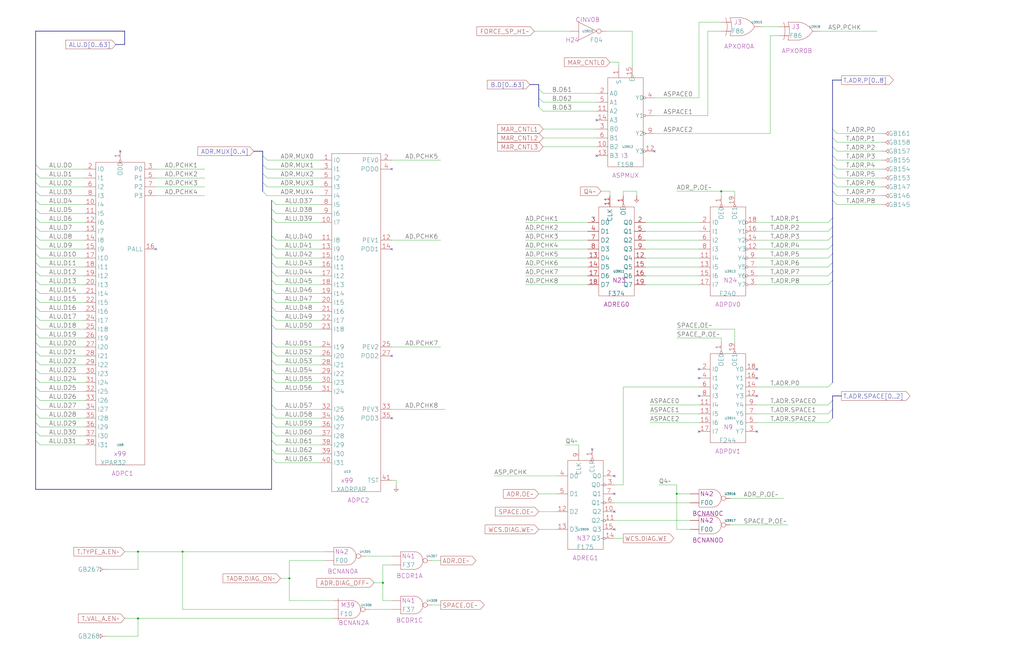
<source format=kicad_sch>
(kicad_sch (version 20230121) (generator eeschema)
  (paper "User" 584.2 378.46)
  (title_block (title "ADDRESS BUS PARITY\\nPARITY") (date "15-MAR-90") (rev "1.0") (comment 1 "TYPE") (comment 2 "232-003062") (comment 3 "S400") (comment 4 "RELEASED"))
  (junction (at 386.08 281.94))
  (junction (at 165.1 330.2))
  (junction (at 78.74 353.06))
  (junction (at 104.14 314.96))
  (junction (at 411.48 109.22))
  (junction (at 218.44 332.74))
  (junction (at 78.74 314.96))
  (no_connect (at 373.38 86.36))
  (no_connect (at 340.36 88.9))
  (no_connect (at 431.8 210.82))
  (no_connect (at 398.78 210.82))
  (no_connect (at 398.78 226.06))
  (no_connect (at 340.36 68.58))
  (no_connect (at 431.8 215.9))
  (no_connect (at 350.52 292.1))
  (no_connect (at 68.58 86.36))
  (no_connect (at 431.8 226.06))
  (no_connect (at 223.52 142.24))
  (no_connect (at 223.52 96.52))
  (no_connect (at 223.52 203.2))
  (no_connect (at 223.52 238.76))
  (no_connect (at 398.78 246.38))
  (no_connect (at 337.82 256.54))
  (no_connect (at 431.8 246.38))
  (no_connect (at 398.78 215.9))
  (no_connect (at 350.52 271.78))
  (no_connect (at 350.52 302.26))
  (no_connect (at 88.9 142.24))
  (no_connect (at 350.52 281.94))
  (bus_entry (at 20.32 114.3) (size 2.54 2.54))
  (bus_entry (at 20.32 154.94) (size 2.54 2.54))
  (bus_entry (at 154.94 134.62) (size 2.54 2.54))
  (bus_entry (at 307.34 60.96) (size 2.54 2.54))
  (bus_entry (at 474.98 154.94) (size -2.54 2.54))
  (bus_entry (at 154.94 160.02) (size 2.54 2.54))
  (bus_entry (at 154.94 180.34) (size 2.54 2.54))
  (bus_entry (at 20.32 175.26) (size 2.54 2.54))
  (bus_entry (at 149.86 109.22) (size 2.54 2.54))
  (bus_entry (at 307.34 50.8) (size 2.54 2.54))
  (bus_entry (at 20.32 226.06) (size 2.54 2.54))
  (bus_entry (at 154.94 231.14) (size 2.54 2.54))
  (bus_entry (at 154.94 185.42) (size 2.54 2.54))
  (bus_entry (at 154.94 256.54) (size 2.54 2.54))
  (bus_entry (at 20.32 99.06) (size 2.54 2.54))
  (bus_entry (at 20.32 215.9) (size 2.54 2.54))
  (bus_entry (at 20.32 241.3) (size 2.54 2.54))
  (bus_entry (at 149.86 93.98) (size 2.54 2.54))
  (bus_entry (at 20.32 134.62) (size 2.54 2.54))
  (bus_entry (at 474.98 114.3) (size 2.54 2.54))
  (bus_entry (at 154.94 195.58) (size 2.54 2.54))
  (bus_entry (at 474.98 99.06) (size 2.54 2.54))
  (bus_entry (at 154.94 149.86) (size 2.54 2.54))
  (bus_entry (at 20.32 195.58) (size 2.54 2.54))
  (bus_entry (at 20.32 104.14) (size 2.54 2.54))
  (bus_entry (at 20.32 200.66) (size 2.54 2.54))
  (bus_entry (at 20.32 246.38) (size 2.54 2.54))
  (bus_entry (at 474.98 160.02) (size -2.54 2.54))
  (bus_entry (at 474.98 233.68) (size -2.54 2.54))
  (bus_entry (at 154.94 119.38) (size 2.54 2.54))
  (bus_entry (at 474.98 139.7) (size -2.54 2.54))
  (bus_entry (at 20.32 220.98) (size 2.54 2.54))
  (bus_entry (at 20.32 236.22) (size 2.54 2.54))
  (bus_entry (at 154.94 246.38) (size 2.54 2.54))
  (bus_entry (at 154.94 139.7) (size 2.54 2.54))
  (bus_entry (at 20.32 205.74) (size 2.54 2.54))
  (bus_entry (at 20.32 109.22) (size 2.54 2.54))
  (bus_entry (at 149.86 104.14) (size 2.54 2.54))
  (bus_entry (at 20.32 180.34) (size 2.54 2.54))
  (bus_entry (at 474.98 93.98) (size 2.54 2.54))
  (bus_entry (at 20.32 119.38) (size 2.54 2.54))
  (bus_entry (at 474.98 88.9) (size 2.54 2.54))
  (bus_entry (at 20.32 170.18) (size 2.54 2.54))
  (bus_entry (at 474.98 78.74) (size 2.54 2.54))
  (bus_entry (at 20.32 160.02) (size 2.54 2.54))
  (bus_entry (at 474.98 73.66) (size 2.54 2.54))
  (bus_entry (at 20.32 129.54) (size 2.54 2.54))
  (bus_entry (at 154.94 170.18) (size 2.54 2.54))
  (bus_entry (at 154.94 210.82) (size 2.54 2.54))
  (bus_entry (at 474.98 149.86) (size -2.54 2.54))
  (bus_entry (at 20.32 144.78) (size 2.54 2.54))
  (bus_entry (at 20.32 149.86) (size 2.54 2.54))
  (bus_entry (at 154.94 200.66) (size 2.54 2.54))
  (bus_entry (at 20.32 185.42) (size 2.54 2.54))
  (bus_entry (at 20.32 190.5) (size 2.54 2.54))
  (bus_entry (at 154.94 236.22) (size 2.54 2.54))
  (bus_entry (at 154.94 215.9) (size 2.54 2.54))
  (bus_entry (at 474.98 144.78) (size -2.54 2.54))
  (bus_entry (at 20.32 231.14) (size 2.54 2.54))
  (bus_entry (at 149.86 88.9) (size 2.54 2.54))
  (bus_entry (at 154.94 154.94) (size 2.54 2.54))
  (bus_entry (at 474.98 109.22) (size 2.54 2.54))
  (bus_entry (at 307.34 55.88) (size 2.54 2.54))
  (bus_entry (at 474.98 238.76) (size -2.54 2.54))
  (bus_entry (at 154.94 144.78) (size 2.54 2.54))
  (bus_entry (at 474.98 83.82) (size 2.54 2.54))
  (bus_entry (at 154.94 165.1) (size 2.54 2.54))
  (bus_entry (at 474.98 218.44) (size -2.54 2.54))
  (bus_entry (at 154.94 114.3) (size 2.54 2.54))
  (bus_entry (at 154.94 261.62) (size 2.54 2.54))
  (bus_entry (at 154.94 251.46) (size 2.54 2.54))
  (bus_entry (at 154.94 175.26) (size 2.54 2.54))
  (bus_entry (at 20.32 93.98) (size 2.54 2.54))
  (bus_entry (at 20.32 124.46) (size 2.54 2.54))
  (bus_entry (at 149.86 99.06) (size 2.54 2.54))
  (bus_entry (at 474.98 228.6) (size -2.54 2.54))
  (bus_entry (at 154.94 241.3) (size 2.54 2.54))
  (bus_entry (at 474.98 124.46) (size -2.54 2.54))
  (bus_entry (at 20.32 139.7) (size 2.54 2.54))
  (bus_entry (at 154.94 220.98) (size 2.54 2.54))
  (bus_entry (at 474.98 129.54) (size -2.54 2.54))
  (bus_entry (at 154.94 124.46) (size 2.54 2.54))
  (bus_entry (at 20.32 210.82) (size 2.54 2.54))
  (bus_entry (at 20.32 251.46) (size 2.54 2.54))
  (bus_entry (at 154.94 205.74) (size 2.54 2.54))
  (bus_entry (at 474.98 104.14) (size 2.54 2.54))
  (bus_entry (at 20.32 165.1) (size 2.54 2.54))
  (bus_entry (at 474.98 134.62) (size -2.54 2.54))
  (wire (pts (xy 185.42 320.04) (xy 165.1 320.04)))
  (wire (pts (xy 477.52 111.76) (xy 502.92 111.76)))
  (wire (pts (xy 477.52 81.28) (xy 502.92 81.28)))
  (wire (pts (xy 477.52 76.2) (xy 502.92 76.2)))
  (wire (pts (xy 22.86 96.52) (xy 48.26 96.52)))
  (bus (pts (xy 20.32 129.54) (xy 20.32 134.62)))
  (bus (pts (xy 154.94 205.74) (xy 154.94 210.82)))
  (bus (pts (xy 154.94 251.46) (xy 154.94 256.54)))
  (wire (pts (xy 22.86 111.76) (xy 48.26 111.76)))
  (wire (pts (xy 157.48 198.12) (xy 182.88 198.12)))
  (wire (pts (xy 373.38 76.2) (xy 439.42 76.2)))
  (wire (pts (xy 431.8 147.32) (xy 472.44 147.32)))
  (wire (pts (xy 411.48 195.58) (xy 411.48 193.04)))
  (wire (pts (xy 22.86 152.4) (xy 48.26 152.4)))
  (wire (pts (xy 350.52 276.86) (xy 355.6 276.86)))
  (wire (pts (xy 307.34 292.1) (xy 317.5 292.1)))
  (bus (pts (xy 149.86 88.9) (xy 149.86 93.98)))
  (wire (pts (xy 431.8 162.56) (xy 472.44 162.56)))
  (wire (pts (xy 157.48 213.36) (xy 182.88 213.36)))
  (wire (pts (xy 157.48 172.72) (xy 182.88 172.72)))
  (bus (pts (xy 474.98 129.54) (xy 474.98 134.62)))
  (wire (pts (xy 353.06 35.56) (xy 353.06 38.1)))
  (wire (pts (xy 22.86 157.48) (xy 48.26 157.48)))
  (wire (pts (xy 223.52 137.16) (xy 251.46 137.16)))
  (wire (pts (xy 431.8 137.16) (xy 472.44 137.16)))
  (wire (pts (xy 431.8 132.08) (xy 472.44 132.08)))
  (wire (pts (xy 223.52 91.44) (xy 251.46 91.44)))
  (wire (pts (xy 299.72 157.48) (xy 335.28 157.48)))
  (bus (pts (xy 154.94 200.66) (xy 154.94 205.74)))
  (bus (pts (xy 20.32 175.26) (xy 20.32 180.34)))
  (wire (pts (xy 78.74 314.96) (xy 104.14 314.96)))
  (wire (pts (xy 218.44 332.74) (xy 218.44 342.9)))
  (wire (pts (xy 368.3 127) (xy 398.78 127)))
  (bus (pts (xy 20.32 114.3) (xy 20.32 119.38)))
  (wire (pts (xy 299.72 152.4) (xy 335.28 152.4)))
  (wire (pts (xy 347.98 111.76) (xy 347.98 109.22)))
  (bus (pts (xy 474.98 154.94) (xy 474.98 160.02)))
  (bus (pts (xy 474.98 99.06) (xy 474.98 104.14)))
  (bus (pts (xy 154.94 139.7) (xy 154.94 144.78)))
  (wire (pts (xy 152.4 101.6) (xy 182.88 101.6)))
  (wire (pts (xy 223.52 322.58) (xy 218.44 322.58)))
  (wire (pts (xy 281.94 271.78) (xy 317.5 271.78)))
  (wire (pts (xy 246.38 320.04) (xy 251.46 320.04)))
  (bus (pts (xy 149.86 93.98) (xy 149.86 99.06)))
  (wire (pts (xy 386.08 302.26) (xy 386.08 281.94)))
  (bus (pts (xy 20.32 215.9) (xy 20.32 220.98)))
  (wire (pts (xy 330.2 254) (xy 322.58 254)))
  (bus (pts (xy 154.94 154.94) (xy 154.94 160.02)))
  (bus (pts (xy 474.98 226.06) (xy 480.06 226.06)))
  (wire (pts (xy 165.1 342.9) (xy 190.5 342.9)))
  (wire (pts (xy 157.48 152.4) (xy 182.88 152.4)))
  (wire (pts (xy 370.84 236.22) (xy 398.78 236.22)))
  (wire (pts (xy 309.88 73.66) (xy 340.36 73.66)))
  (bus (pts (xy 154.94 231.14) (xy 154.94 236.22)))
  (bus (pts (xy 154.94 256.54) (xy 154.94 261.62)))
  (wire (pts (xy 22.86 208.28) (xy 48.26 208.28)))
  (wire (pts (xy 88.9 101.6) (xy 116.84 101.6)))
  (wire (pts (xy 190.5 347.98) (xy 104.14 347.98)))
  (wire (pts (xy 355.6 109.22) (xy 355.6 111.76)))
  (wire (pts (xy 368.3 162.56) (xy 398.78 162.56)))
  (wire (pts (xy 373.38 55.88) (xy 398.78 55.88)))
  (wire (pts (xy 347.98 35.56) (xy 353.06 35.56)))
  (wire (pts (xy 403.86 66.04) (xy 403.86 17.78)))
  (wire (pts (xy 226.06 274.32) (xy 223.52 274.32)))
  (wire (pts (xy 157.48 218.44) (xy 182.88 218.44)))
  (wire (pts (xy 368.3 147.32) (xy 398.78 147.32)))
  (wire (pts (xy 477.52 106.68) (xy 502.92 106.68)))
  (wire (pts (xy 210.82 347.98) (xy 223.52 347.98)))
  (wire (pts (xy 309.88 63.5) (xy 340.36 63.5)))
  (wire (pts (xy 208.28 317.5) (xy 223.52 317.5)))
  (bus (pts (xy 154.94 134.62) (xy 154.94 139.7)))
  (bus (pts (xy 307.34 55.88) (xy 307.34 50.8)))
  (wire (pts (xy 368.3 142.24) (xy 398.78 142.24)))
  (bus (pts (xy 71.12 25.4) (xy 71.12 17.78)))
  (wire (pts (xy 386.08 276.86) (xy 375.92 276.86)))
  (wire (pts (xy 22.86 147.32) (xy 48.26 147.32)))
  (bus (pts (xy 154.94 160.02) (xy 154.94 165.1)))
  (wire (pts (xy 157.48 121.92) (xy 182.88 121.92)))
  (wire (pts (xy 157.48 177.8) (xy 182.88 177.8)))
  (wire (pts (xy 477.52 96.52) (xy 502.92 96.52)))
  (wire (pts (xy 416.56 299.72) (xy 449.58 299.72)))
  (wire (pts (xy 355.6 276.86) (xy 355.6 220.98)))
  (wire (pts (xy 431.8 142.24) (xy 472.44 142.24)))
  (bus (pts (xy 154.94 175.26) (xy 154.94 180.34)))
  (wire (pts (xy 477.52 116.84) (xy 502.92 116.84)))
  (bus (pts (xy 20.32 200.66) (xy 20.32 205.74)))
  (wire (pts (xy 22.86 203.2) (xy 48.26 203.2)))
  (wire (pts (xy 78.74 353.06) (xy 190.5 353.06)))
  (wire (pts (xy 157.48 162.56) (xy 182.88 162.56)))
  (wire (pts (xy 223.52 198.12) (xy 251.46 198.12)))
  (wire (pts (xy 60.96 363.22) (xy 78.74 363.22)))
  (wire (pts (xy 157.48 203.2) (xy 182.88 203.2)))
  (wire (pts (xy 403.86 17.78) (xy 411.48 17.78)))
  (wire (pts (xy 416.56 284.48) (xy 447.04 284.48)))
  (wire (pts (xy 411.48 109.22) (xy 386.08 109.22)))
  (wire (pts (xy 22.86 177.8) (xy 48.26 177.8)))
  (wire (pts (xy 477.52 86.36) (xy 502.92 86.36)))
  (wire (pts (xy 345.44 17.78) (xy 360.68 17.78)))
  (wire (pts (xy 157.48 248.92) (xy 182.88 248.92)))
  (bus (pts (xy 20.32 236.22) (xy 20.32 241.3)))
  (wire (pts (xy 477.52 101.6) (xy 502.92 101.6)))
  (bus (pts (xy 474.98 45.72) (xy 474.98 73.66)))
  (wire (pts (xy 393.7 302.26) (xy 386.08 302.26)))
  (wire (pts (xy 370.84 241.3) (xy 398.78 241.3)))
  (wire (pts (xy 22.86 213.36) (xy 48.26 213.36)))
  (bus (pts (xy 20.32 210.82) (xy 20.32 215.9)))
  (bus (pts (xy 307.34 50.8) (xy 307.34 48.26)))
  (bus (pts (xy 149.86 86.36) (xy 149.86 88.9)))
  (wire (pts (xy 419.1 111.76) (xy 419.1 109.22)))
  (wire (pts (xy 22.86 101.6) (xy 48.26 101.6)))
  (wire (pts (xy 22.86 223.52) (xy 48.26 223.52)))
  (bus (pts (xy 154.94 279.4) (xy 20.32 279.4)))
  (wire (pts (xy 157.48 137.16) (xy 182.88 137.16)))
  (wire (pts (xy 368.3 132.08) (xy 398.78 132.08)))
  (wire (pts (xy 157.48 182.88) (xy 182.88 182.88)))
  (wire (pts (xy 22.86 106.68) (xy 48.26 106.68)))
  (bus (pts (xy 474.98 160.02) (xy 474.98 218.44)))
  (bus (pts (xy 154.94 149.86) (xy 154.94 154.94)))
  (bus (pts (xy 474.98 93.98) (xy 474.98 99.06)))
  (wire (pts (xy 431.8 152.4) (xy 472.44 152.4)))
  (wire (pts (xy 218.44 322.58) (xy 218.44 332.74)))
  (bus (pts (xy 20.32 279.4) (xy 20.32 251.46)))
  (wire (pts (xy 434.34 15.24) (xy 444.5 15.24)))
  (wire (pts (xy 373.38 66.04) (xy 403.86 66.04)))
  (wire (pts (xy 157.48 254) (xy 182.88 254)))
  (wire (pts (xy 431.8 157.48) (xy 472.44 157.48)))
  (bus (pts (xy 154.94 170.18) (xy 154.94 175.26)))
  (wire (pts (xy 22.86 137.16) (xy 48.26 137.16)))
  (wire (pts (xy 439.42 20.32) (xy 444.5 20.32)))
  (bus (pts (xy 474.98 83.82) (xy 474.98 88.9)))
  (bus (pts (xy 154.94 220.98) (xy 154.94 231.14)))
  (wire (pts (xy 363.22 109.22) (xy 363.22 111.76)))
  (bus (pts (xy 474.98 124.46) (xy 474.98 129.54)))
  (wire (pts (xy 22.86 228.6) (xy 48.26 228.6)))
  (wire (pts (xy 307.34 302.26) (xy 317.5 302.26)))
  (wire (pts (xy 22.86 116.84) (xy 48.26 116.84)))
  (wire (pts (xy 226.06 276.86) (xy 226.06 274.32)))
  (bus (pts (xy 20.32 109.22) (xy 20.32 114.3)))
  (bus (pts (xy 474.98 139.7) (xy 474.98 144.78)))
  (wire (pts (xy 78.74 353.06) (xy 78.74 363.22)))
  (bus (pts (xy 154.94 119.38) (xy 154.94 124.46)))
  (bus (pts (xy 474.98 78.74) (xy 474.98 83.82)))
  (wire (pts (xy 22.86 193.04) (xy 48.26 193.04)))
  (bus (pts (xy 20.32 170.18) (xy 20.32 175.26)))
  (wire (pts (xy 223.52 233.68) (xy 254 233.68)))
  (bus (pts (xy 20.32 226.06) (xy 20.32 231.14)))
  (wire (pts (xy 157.48 127) (xy 182.88 127)))
  (wire (pts (xy 398.78 12.7) (xy 411.48 12.7)))
  (wire (pts (xy 71.12 314.96) (xy 78.74 314.96)))
  (bus (pts (xy 474.98 144.78) (xy 474.98 149.86)))
  (wire (pts (xy 22.86 233.68) (xy 48.26 233.68)))
  (wire (pts (xy 467.36 17.78) (xy 500.38 17.78)))
  (wire (pts (xy 152.4 106.68) (xy 182.88 106.68)))
  (bus (pts (xy 154.94 144.78) (xy 154.94 149.86)))
  (bus (pts (xy 20.32 160.02) (xy 20.32 165.1)))
  (wire (pts (xy 439.42 76.2) (xy 439.42 20.32)))
  (wire (pts (xy 213.36 332.74) (xy 218.44 332.74)))
  (wire (pts (xy 368.3 137.16) (xy 398.78 137.16)))
  (bus (pts (xy 20.32 139.7) (xy 20.32 144.78)))
  (wire (pts (xy 157.48 233.68) (xy 182.88 233.68)))
  (wire (pts (xy 22.86 198.12) (xy 48.26 198.12)))
  (wire (pts (xy 152.4 91.44) (xy 182.88 91.44)))
  (wire (pts (xy 350.52 287.02) (xy 393.7 287.02)))
  (bus (pts (xy 20.32 205.74) (xy 20.32 210.82)))
  (bus (pts (xy 20.32 220.98) (xy 20.32 226.06)))
  (bus (pts (xy 66.04 25.4) (xy 71.12 25.4)))
  (bus (pts (xy 154.94 241.3) (xy 154.94 246.38)))
  (bus (pts (xy 20.32 124.46) (xy 20.32 129.54)))
  (wire (pts (xy 71.12 353.06) (xy 78.74 353.06)))
  (wire (pts (xy 350.52 307.34) (xy 355.6 307.34)))
  (bus (pts (xy 474.98 228.6) (xy 474.98 233.68)))
  (wire (pts (xy 157.48 264.16) (xy 182.88 264.16)))
  (wire (pts (xy 307.34 281.94) (xy 317.5 281.94)))
  (wire (pts (xy 152.4 111.76) (xy 182.88 111.76)))
  (bus (pts (xy 474.98 114.3) (xy 474.98 124.46)))
  (bus (pts (xy 20.32 231.14) (xy 20.32 236.22)))
  (wire (pts (xy 419.1 109.22) (xy 411.48 109.22)))
  (wire (pts (xy 411.48 193.04) (xy 386.08 193.04)))
  (bus (pts (xy 154.94 124.46) (xy 154.94 134.62)))
  (wire (pts (xy 419.1 195.58) (xy 419.1 187.96)))
  (wire (pts (xy 360.68 17.78) (xy 360.68 38.1)))
  (wire (pts (xy 88.9 96.52) (xy 116.84 96.52)))
  (wire (pts (xy 299.72 162.56) (xy 335.28 162.56)))
  (bus (pts (xy 154.94 165.1) (xy 154.94 170.18)))
  (wire (pts (xy 299.72 142.24) (xy 335.28 142.24)))
  (bus (pts (xy 154.94 185.42) (xy 154.94 195.58)))
  (bus (pts (xy 20.32 195.58) (xy 20.32 200.66)))
  (bus (pts (xy 154.94 261.62) (xy 154.94 279.4)))
  (wire (pts (xy 157.48 187.96) (xy 182.88 187.96)))
  (wire (pts (xy 60.96 325.12) (xy 78.74 325.12)))
  (bus (pts (xy 154.94 210.82) (xy 154.94 215.9)))
  (wire (pts (xy 157.48 259.08) (xy 182.88 259.08)))
  (wire (pts (xy 22.86 248.92) (xy 48.26 248.92)))
  (bus (pts (xy 144.78 86.36) (xy 149.86 86.36)))
  (wire (pts (xy 157.48 243.84) (xy 182.88 243.84)))
  (wire (pts (xy 22.86 127) (xy 48.26 127)))
  (wire (pts (xy 22.86 132.08) (xy 48.26 132.08)))
  (wire (pts (xy 431.8 236.22) (xy 472.44 236.22)))
  (bus (pts (xy 149.86 99.06) (xy 149.86 104.14)))
  (wire (pts (xy 223.52 342.9) (xy 218.44 342.9)))
  (bus (pts (xy 154.94 236.22) (xy 154.94 241.3)))
  (wire (pts (xy 330.2 256.54) (xy 330.2 254)))
  (wire (pts (xy 368.3 152.4) (xy 398.78 152.4)))
  (wire (pts (xy 22.86 167.64) (xy 48.26 167.64)))
  (bus (pts (xy 20.32 17.78) (xy 20.32 93.98)))
  (wire (pts (xy 309.88 83.82) (xy 340.36 83.82)))
  (wire (pts (xy 386.08 281.94) (xy 386.08 276.86)))
  (wire (pts (xy 299.72 137.16) (xy 335.28 137.16)))
  (bus (pts (xy 20.32 17.78) (xy 71.12 17.78)))
  (wire (pts (xy 431.8 241.3) (xy 472.44 241.3)))
  (wire (pts (xy 299.72 147.32) (xy 335.28 147.32)))
  (bus (pts (xy 20.32 190.5) (xy 20.32 195.58)))
  (bus (pts (xy 307.34 48.26) (xy 302.26 48.26)))
  (bus (pts (xy 20.32 119.38) (xy 20.32 124.46)))
  (wire (pts (xy 22.86 243.84) (xy 48.26 243.84)))
  (bus (pts (xy 474.98 149.86) (xy 474.98 154.94)))
  (wire (pts (xy 309.88 78.74) (xy 340.36 78.74)))
  (wire (pts (xy 157.48 208.28) (xy 182.88 208.28)))
  (bus (pts (xy 474.98 134.62) (xy 474.98 139.7)))
  (wire (pts (xy 309.88 58.42) (xy 340.36 58.42)))
  (wire (pts (xy 477.52 91.44) (xy 502.92 91.44)))
  (wire (pts (xy 368.3 157.48) (xy 398.78 157.48)))
  (wire (pts (xy 157.48 167.64) (xy 182.88 167.64)))
  (bus (pts (xy 154.94 215.9) (xy 154.94 220.98)))
  (wire (pts (xy 152.4 96.52) (xy 182.88 96.52)))
  (wire (pts (xy 304.8 17.78) (xy 325.12 17.78)))
  (bus (pts (xy 474.98 233.68) (xy 474.98 238.76)))
  (wire (pts (xy 157.48 116.84) (xy 182.88 116.84)))
  (bus (pts (xy 474.98 104.14) (xy 474.98 109.22)))
  (bus (pts (xy 20.32 165.1) (xy 20.32 170.18)))
  (bus (pts (xy 154.94 114.3) (xy 154.94 119.38)))
  (wire (pts (xy 386.08 281.94) (xy 393.7 281.94)))
  (wire (pts (xy 22.86 218.44) (xy 48.26 218.44)))
  (bus (pts (xy 154.94 246.38) (xy 154.94 251.46)))
  (bus (pts (xy 307.34 60.96) (xy 307.34 55.88)))
  (bus (pts (xy 20.32 154.94) (xy 20.32 160.02)))
  (bus (pts (xy 474.98 109.22) (xy 474.98 114.3)))
  (bus (pts (xy 474.98 226.06) (xy 474.98 228.6)))
  (bus (pts (xy 20.32 93.98) (xy 20.32 99.06)))
  (wire (pts (xy 88.9 111.76) (xy 116.84 111.76)))
  (wire (pts (xy 157.48 157.48) (xy 182.88 157.48)))
  (wire (pts (xy 104.14 314.96) (xy 185.42 314.96)))
  (wire (pts (xy 355.6 109.22) (xy 363.22 109.22)))
  (wire (pts (xy 160.02 330.2) (xy 165.1 330.2)))
  (wire (pts (xy 22.86 187.96) (xy 48.26 187.96)))
  (wire (pts (xy 398.78 55.88) (xy 398.78 12.7)))
  (wire (pts (xy 104.14 347.98) (xy 104.14 314.96)))
  (wire (pts (xy 157.48 142.24) (xy 182.88 142.24)))
  (wire (pts (xy 165.1 320.04) (xy 165.1 330.2)))
  (wire (pts (xy 157.48 147.32) (xy 182.88 147.32)))
  (wire (pts (xy 342.9 109.22) (xy 347.98 109.22)))
  (bus (pts (xy 154.94 195.58) (xy 154.94 200.66)))
  (wire (pts (xy 350.52 297.18) (xy 393.7 297.18)))
  (bus (pts (xy 20.32 246.38) (xy 20.32 251.46)))
  (bus (pts (xy 474.98 73.66) (xy 474.98 78.74)))
  (wire (pts (xy 78.74 325.12) (xy 78.74 314.96)))
  (bus (pts (xy 474.98 88.9) (xy 474.98 93.98)))
  (wire (pts (xy 431.8 127) (xy 472.44 127)))
  (wire (pts (xy 22.86 254) (xy 48.26 254)))
  (wire (pts (xy 431.8 231.14) (xy 472.44 231.14)))
  (wire (pts (xy 299.72 127) (xy 335.28 127)))
  (wire (pts (xy 157.48 238.76) (xy 182.88 238.76)))
  (wire (pts (xy 309.88 53.34) (xy 340.36 53.34)))
  (wire (pts (xy 411.48 111.76) (xy 411.48 109.22)))
  (wire (pts (xy 355.6 220.98) (xy 398.78 220.98)))
  (bus (pts (xy 149.86 104.14) (xy 149.86 109.22)))
  (wire (pts (xy 22.86 172.72) (xy 48.26 172.72)))
  (wire (pts (xy 88.9 106.68) (xy 116.84 106.68)))
  (bus (pts (xy 154.94 180.34) (xy 154.94 185.42)))
  (wire (pts (xy 22.86 142.24) (xy 48.26 142.24)))
  (wire (pts (xy 299.72 132.08) (xy 335.28 132.08)))
  (bus (pts (xy 20.32 104.14) (xy 20.32 109.22)))
  (bus (pts (xy 20.32 180.34) (xy 20.32 185.42)))
  (bus (pts (xy 20.32 99.06) (xy 20.32 104.14)))
  (wire (pts (xy 22.86 182.88) (xy 48.26 182.88)))
  (wire (pts (xy 165.1 330.2) (xy 165.1 342.9)))
  (wire (pts (xy 22.86 162.56) (xy 48.26 162.56)))
  (wire (pts (xy 22.86 238.76) (xy 48.26 238.76)))
  (bus (pts (xy 20.32 134.62) (xy 20.32 139.7)))
  (wire (pts (xy 246.38 345.44) (xy 251.46 345.44)))
  (bus (pts (xy 20.32 185.42) (xy 20.32 190.5)))
  (bus (pts (xy 20.32 149.86) (xy 20.32 154.94)))
  (bus (pts (xy 474.98 45.72) (xy 480.06 45.72)))
  (wire (pts (xy 370.84 231.14) (xy 398.78 231.14)))
  (wire (pts (xy 157.48 223.52) (xy 182.88 223.52)))
  (bus (pts (xy 20.32 144.78) (xy 20.32 149.86)))
  (wire (pts (xy 431.8 220.98) (xy 472.44 220.98)))
  (wire (pts (xy 419.1 187.96) (xy 386.08 187.96)))
  (bus (pts (xy 20.32 241.3) (xy 20.32 246.38)))
  (wire (pts (xy 22.86 121.92) (xy 48.26 121.92)))
  (label "ASP.PCHK" (at 281.94 271.78 0) (effects (font (size 2.54 2.54))))
  (label "ADR.MUX2" (at 160.02 101.6 0) (effects (font (size 2.54 2.54))))
  (label "AD.PCHK7" (at 231.14 198.12 0) (effects (font (size 2.54 2.54))))
  (label "ALU.D6" (at 27.94 127 0) (effects (font (size 2.54 2.54))))
  (label "ALU.D40" (at 162.56 137.16 0) (effects (font (size 2.54 2.54))))
  (label "Q4~" (at 322.58 254 0) (effects (font (size 2.54 2.54))))
  (label "ALU.D26" (at 27.94 228.6 0) (effects (font (size 2.54 2.54))))
  (label "ALU.D45" (at 162.56 162.56 0) (effects (font (size 2.54 2.54))))
  (label "ALU.D3" (at 27.94 111.76 0) (effects (font (size 2.54 2.54))))
  (label "T.ADR.P5" (at 482.6 101.6 0) (effects (font (size 2.54 2.54))))
  (label "ASPACE1" (at 370.84 236.22 0) (effects (font (size 2.54 2.54))))
  (label "B.D62" (at 314.96 58.42 0) (effects (font (size 2.54 2.54))))
  (label "ALU.D7" (at 27.94 132.08 0) (effects (font (size 2.54 2.54))))
  (label "Q4~" (at 375.92 276.86 0) (effects (font (size 2.54 2.54))))
  (label "ALU.D61" (at 162.56 254 0) (effects (font (size 2.54 2.54))))
  (label "ALU.D55" (at 162.56 218.44 0) (effects (font (size 2.54 2.54))))
  (label "T.ADR.P4" (at 482.6 96.52 0) (effects (font (size 2.54 2.54))))
  (label "AD.PCHK8" (at 299.72 162.56 0) (effects (font (size 2.54 2.54))))
  (label "AD.PCHK4" (at 93.98 111.76 0) (effects (font (size 2.54 2.54))))
  (label "T.ADR.P4" (at 439.42 142.24 0) (effects (font (size 2.54 2.54))))
  (label "ADR.MUX3" (at 160.02 106.68 0) (effects (font (size 2.54 2.54))))
  (label "ALU.D39" (at 162.56 127 0) (effects (font (size 2.54 2.54))))
  (label "ALU.D57" (at 162.56 233.68 0) (effects (font (size 2.54 2.54))))
  (label "ASPACE1" (at 378.46 66.04 0) (effects (font (size 2.54 2.54))))
  (label "B.D63" (at 314.96 63.5 0) (effects (font (size 2.54 2.54))))
  (label "ALU.D46" (at 162.56 167.64 0) (effects (font (size 2.54 2.54))))
  (label "ALU.D2" (at 27.94 106.68 0) (effects (font (size 2.54 2.54))))
  (label "ALU.D9" (at 27.94 142.24 0) (effects (font (size 2.54 2.54))))
  (label "ALU.D1" (at 27.94 101.6 0) (effects (font (size 2.54 2.54))))
  (label "ASPACE0" (at 378.46 55.88 0) (effects (font (size 2.54 2.54))))
  (label "SPACE.OE~" (at 386.08 187.96 0) (effects (font (size 2.54 2.54))))
  (label "ALU.D21" (at 27.94 203.2 0) (effects (font (size 2.54 2.54))))
  (label "AD.PCHK2" (at 93.98 101.6 0) (effects (font (size 2.54 2.54))))
  (label "T.ADR.P3" (at 439.42 137.16 0) (effects (font (size 2.54 2.54))))
  (label "ALU.D56" (at 162.56 223.52 0) (effects (font (size 2.54 2.54))))
  (label "ALU.D4" (at 27.94 116.84 0) (effects (font (size 2.54 2.54))))
  (label "ALU.D30" (at 27.94 248.92 0) (effects (font (size 2.54 2.54))))
  (label "T.ADR.P7" (at 482.6 111.76 0) (effects (font (size 2.54 2.54))))
  (label "T.ADR.P6" (at 439.42 152.4 0) (effects (font (size 2.54 2.54))))
  (label "ALU.D47" (at 162.56 172.72 0) (effects (font (size 2.54 2.54))))
  (label "ALU.D14" (at 27.94 167.64 0) (effects (font (size 2.54 2.54))))
  (label "ADR.MUX1" (at 160.02 96.52 0) (effects (font (size 2.54 2.54))))
  (label "ALU.D28" (at 27.94 238.76 0) (effects (font (size 2.54 2.54))))
  (label "ASPACE2" (at 378.46 76.2 0) (effects (font (size 2.54 2.54))))
  (label "SPACE_P.OE~" (at 386.08 193.04 0) (effects (font (size 2.54 2.54))))
  (label "ALU.D18" (at 27.94 187.96 0) (effects (font (size 2.54 2.54))))
  (label "T.ADR.P1" (at 439.42 127 0) (effects (font (size 2.54 2.54))))
  (label "ALU.D59" (at 162.56 243.84 0) (effects (font (size 2.54 2.54))))
  (label "ALU.D12" (at 27.94 157.48 0) (effects (font (size 2.54 2.54))))
  (label "ALU.D44" (at 162.56 157.48 0) (effects (font (size 2.54 2.54))))
  (label "AD.PCHK1" (at 93.98 96.52 0) (effects (font (size 2.54 2.54))))
  (label "AD.PCHK3" (at 93.98 106.68 0) (effects (font (size 2.54 2.54))))
  (label "ALU.D27" (at 27.94 233.68 0) (effects (font (size 2.54 2.54))))
  (label "AD.PCHK4" (at 299.72 142.24 0) (effects (font (size 2.54 2.54))))
  (label "ALU.D15" (at 27.94 172.72 0) (effects (font (size 2.54 2.54))))
  (label "T.ADR.SPACE2" (at 439.42 241.3 0) (effects (font (size 2.54 2.54))))
  (label "ALU.D63" (at 162.56 264.16 0) (effects (font (size 2.54 2.54))))
  (label "ALU.D10" (at 27.94 147.32 0) (effects (font (size 2.54 2.54))))
  (label "ADR_P.OE~" (at 424.18 284.48 0) (effects (font (size 2.54 2.54))))
  (label "AD.PCHK3" (at 299.72 137.16 0) (effects (font (size 2.54 2.54))))
  (label "ALU.D25" (at 27.94 223.52 0) (effects (font (size 2.54 2.54))))
  (label "ALU.D29" (at 27.94 243.84 0) (effects (font (size 2.54 2.54))))
  (label "AD.PCHK2" (at 299.72 132.08 0) (effects (font (size 2.54 2.54))))
  (label "ALU.D20" (at 27.94 198.12 0) (effects (font (size 2.54 2.54))))
  (label "ALU.D19" (at 27.94 193.04 0) (effects (font (size 2.54 2.54))))
  (label "B.D61" (at 314.96 53.34 0) (effects (font (size 2.54 2.54))))
  (label "AD.PCHK8" (at 231.14 233.68 0) (effects (font (size 2.54 2.54))))
  (label "T.ADR.SPACE0" (at 439.42 231.14 0) (effects (font (size 2.54 2.54))))
  (label "T.ADR.P1" (at 482.6 81.28 0) (effects (font (size 2.54 2.54))))
  (label "T.ADR.P2" (at 482.6 86.36 0) (effects (font (size 2.54 2.54))))
  (label "ALU.D22" (at 27.94 208.28 0) (effects (font (size 2.54 2.54))))
  (label "AD.PCHK6" (at 231.14 137.16 0) (effects (font (size 2.54 2.54))))
  (label "ALU.D52" (at 162.56 203.2 0) (effects (font (size 2.54 2.54))))
  (label "ADR_P.OE~" (at 386.08 109.22 0) (effects (font (size 2.54 2.54))))
  (label "AD.PCHK7" (at 299.72 157.48 0) (effects (font (size 2.54 2.54))))
  (label "AD.PCHK1" (at 299.72 127 0) (effects (font (size 2.54 2.54))))
  (label "ASP.PCHK" (at 472.44 17.78 0) (effects (font (size 2.54 2.54))))
  (label "T.ADR.SPACE1" (at 439.42 236.22 0) (effects (font (size 2.54 2.54))))
  (label "ADR.MUX0" (at 160.02 91.44 0) (effects (font (size 2.54 2.54))))
  (label "T.ADR.P5" (at 439.42 147.32 0) (effects (font (size 2.54 2.54))))
  (label "ALU.D51" (at 162.56 198.12 0) (effects (font (size 2.54 2.54))))
  (label "T.ADR.P2" (at 439.42 132.08 0) (effects (font (size 2.54 2.54))))
  (label "ALU.D37" (at 162.56 116.84 0) (effects (font (size 2.54 2.54))))
  (label "ALU.D60" (at 162.56 248.92 0) (effects (font (size 2.54 2.54))))
  (label "T.ADR.P8" (at 482.6 116.84 0) (effects (font (size 2.54 2.54))))
  (label "T.ADR.P3" (at 482.6 91.44 0) (effects (font (size 2.54 2.54))))
  (label "T.ADR.P0" (at 482.6 76.2 0) (effects (font (size 2.54 2.54))))
  (label "T.ADR.P6" (at 482.6 106.68 0) (effects (font (size 2.54 2.54))))
  (label "AD.PCHK5" (at 231.14 91.44 0) (effects (font (size 2.54 2.54))))
  (label "ALU.D43" (at 162.56 152.4 0) (effects (font (size 2.54 2.54))))
  (label "ASPACE0" (at 370.84 231.14 0) (effects (font (size 2.54 2.54))))
  (label "ALU.D5" (at 27.94 121.92 0) (effects (font (size 2.54 2.54))))
  (label "ALU.D42" (at 162.56 147.32 0) (effects (font (size 2.54 2.54))))
  (label "ALU.D58" (at 162.56 238.76 0) (effects (font (size 2.54 2.54))))
  (label "ALU.D0" (at 27.94 96.52 0) (effects (font (size 2.54 2.54))))
  (label "ASPACE2" (at 370.84 241.3 0) (effects (font (size 2.54 2.54))))
  (label "SPACE_P.OE~" (at 424.18 299.72 0) (effects (font (size 2.54 2.54))))
  (label "ALU.D49" (at 162.56 182.88 0) (effects (font (size 2.54 2.54))))
  (label "AD.PCHK5" (at 299.72 147.32 0) (effects (font (size 2.54 2.54))))
  (label "ALU.D31" (at 27.94 254 0) (effects (font (size 2.54 2.54))))
  (label "ALU.D16" (at 27.94 177.8 0) (effects (font (size 2.54 2.54))))
  (label "ALU.D48" (at 162.56 177.8 0) (effects (font (size 2.54 2.54))))
  (label "ALU.D38" (at 162.56 121.92 0) (effects (font (size 2.54 2.54))))
  (label "ALU.D53" (at 162.56 208.28 0) (effects (font (size 2.54 2.54))))
  (label "ALU.D24" (at 27.94 218.44 0) (effects (font (size 2.54 2.54))))
  (label "ALU.D11" (at 27.94 152.4 0) (effects (font (size 2.54 2.54))))
  (label "ALU.D13" (at 27.94 162.56 0) (effects (font (size 2.54 2.54))))
  (label "ALU.D41" (at 162.56 142.24 0) (effects (font (size 2.54 2.54))))
  (label "ALU.D50" (at 162.56 187.96 0) (effects (font (size 2.54 2.54))))
  (label "AD.PCHK6" (at 299.72 152.4 0) (effects (font (size 2.54 2.54))))
  (label "T.ADR.P0" (at 439.42 220.98 0) (effects (font (size 2.54 2.54))))
  (label "T.ADR.P7" (at 439.42 157.48 0) (effects (font (size 2.54 2.54))))
  (label "ALU.D62" (at 162.56 259.08 0) (effects (font (size 2.54 2.54))))
  (label "T.ADR.P8" (at 439.42 162.56 0) (effects (font (size 2.54 2.54))))
  (label "ALU.D17" (at 27.94 182.88 0) (effects (font (size 2.54 2.54))))
  (label "ALU.D54" (at 162.56 213.36 0) (effects (font (size 2.54 2.54))))
  (label "ADR.MUX4" (at 160.02 111.76 0) (effects (font (size 2.54 2.54))))
  (label "ALU.D23" (at 27.94 213.36 0) (effects (font (size 2.54 2.54))))
  (label "ALU.D8" (at 27.94 137.16 0) (effects (font (size 2.54 2.54))))
  (global_label "ALU.D[0..63]" (shape input) (at 66.04 25.4 180) (effects (font (size 2.54 2.54))) (property "Intersheetrefs" "${INTERSHEET_REFS}" (at 37.5073 25.2413 0) (effects (font (size 1.905 1.905)) (justify right))))
  (global_label "T.ADR.SPACE[0..2]" (shape output) (at 480.06 226.06 0) (effects (font (size 2.54 2.54))) (property "Intersheetrefs" "${INTERSHEET_REFS}" (at 519.1155 225.9013 0) (effects (font (size 1.905 1.905)) (justify left))))
  (global_label "MAR_CNTL0" (shape input) (at 347.98 35.56 180) (effects (font (size 2.54 2.54))) (property "Intersheetrefs" "${INTERSHEET_REFS}" (at 321.9873 35.4013 0) (effects (font (size 1.905 1.905)) (justify right))))
  (global_label "WCS.DIAG.WE~" (shape input) (at 307.34 302.26 180) (effects (font (size 2.54 2.54))) (property "Intersheetrefs" "${INTERSHEET_REFS}" (at 276.7511 302.1013 0) (effects (font (size 1.905 1.905)) (justify right))))
  (global_label "ADR.DIAG_OFF~" (shape input) (at 213.36 332.74 180) (effects (font (size 2.54 2.54))) (property "Intersheetrefs" "${INTERSHEET_REFS}" (at 180.8359 332.5813 0) (effects (font (size 1.905 1.905)) (justify right))))
  (global_label "B.D[0..63]" (shape input) (at 302.26 48.26 180) (effects (font (size 2.54 2.54))) (property "Intersheetrefs" "${INTERSHEET_REFS}" (at 277.415 48.26 0) (effects (justify right))))
  (global_label "SPACE.OE~" (shape input) (at 307.34 292.1 180) (effects (font (size 2.54 2.54))) (property "Intersheetrefs" "${INTERSHEET_REFS}" (at 282.5569 291.9413 0) (effects (font (size 1.905 1.905)) (justify right))))
  (global_label "WCS.DIAG.WE" (shape output) (at 355.6 307.34 0) (effects (font (size 2.54 2.54))) (property "Intersheetrefs" "${INTERSHEET_REFS}" (at 384.3746 307.1813 0) (effects (font (size 1.905 1.905)) (justify left))))
  (global_label "T.VAL_A.EN~" (shape input) (at 71.12 353.06 180) (effects (font (size 2.54 2.54))) (property "Intersheetrefs" "${INTERSHEET_REFS}" (at 44.6435 352.9013 0) (effects (font (size 1.905 1.905)) (justify right))))
  (global_label "T.ADR.P[0..8]" (shape output) (at 480.06 45.72 0) (effects (font (size 2.54 2.54))) (property "Intersheetrefs" "${INTERSHEET_REFS}" (at 509.6812 45.5613 0) (effects (font (size 1.905 1.905)) (justify left))))
  (global_label "MAR_CNTL2" (shape input) (at 309.88 78.74 180) (effects (font (size 2.54 2.54))) (property "Intersheetrefs" "${INTERSHEET_REFS}" (at 283.8873 78.5813 0) (effects (font (size 1.905 1.905)) (justify right))))
  (global_label "TADR.DIAG_ON~" (shape input) (at 160.02 330.2 180) (effects (font (size 2.54 2.54))) (property "Intersheetrefs" "${INTERSHEET_REFS}" (at 127.254 330.0413 0) (effects (font (size 1.905 1.905)) (justify right))))
  (global_label "ADR.MUX[0..4]" (shape input) (at 144.78 86.36 180) (effects (font (size 2.54 2.54))) (property "Intersheetrefs" "${INTERSHEET_REFS}" (at 112.8607 86.2013 0) (effects (font (size 1.905 1.905)) (justify right))))
  (global_label "ADR.OE~" (shape input) (at 307.34 281.94 180) (effects (font (size 2.54 2.54))) (property "Intersheetrefs" "${INTERSHEET_REFS}" (at 287.274 281.7813 0) (effects (font (size 1.905 1.905)) (justify right))))
  (global_label "MAR_CNTL3" (shape input) (at 309.88 83.82 180) (effects (font (size 2.54 2.54))) (property "Intersheetrefs" "${INTERSHEET_REFS}" (at 283.8873 83.6613 0) (effects (font (size 1.905 1.905)) (justify right))))
  (global_label "MAR_CNTL1" (shape input) (at 309.88 73.66 180) (effects (font (size 2.54 2.54))) (property "Intersheetrefs" "${INTERSHEET_REFS}" (at 283.8873 73.5013 0) (effects (font (size 1.905 1.905)) (justify right))))
  (global_label "FORCE_SP_H1~" (shape input) (at 304.8 17.78 180) (effects (font (size 2.54 2.54))) (property "Intersheetrefs" "${INTERSHEET_REFS}" (at 272.034 17.6213 0) (effects (font (size 1.905 1.905)) (justify right))))
  (global_label "ADR.OE~" (shape output) (at 251.46 320.04 0) (effects (font (size 2.54 2.54))) (property "Intersheetrefs" "${INTERSHEET_REFS}" (at 271.526 319.8813 0) (effects (font (size 1.905 1.905)) (justify left))))
  (global_label "Q4~" (shape input) (at 342.9 109.22 180) (effects (font (size 2.54 2.54))) (property "Intersheetrefs" "${INTERSHEET_REFS}" (at 325.0111 109.0613 0) (effects (font (size 1.905 1.905)) (justify right))))
  (global_label "T.TYPE_A.EN~" (shape input) (at 71.12 314.96 180) (effects (font (size 2.54 2.54))) (property "Intersheetrefs" "${INTERSHEET_REFS}" (at 42.1035 314.8013 0) (effects (font (size 1.905 1.905)) (justify right))))
  (global_label "SPACE.OE~" (shape output) (at 251.46 345.44 0) (effects (font (size 2.54 2.54))) (property "Intersheetrefs" "${INTERSHEET_REFS}" (at 276.2431 345.2813 0) (effects (font (size 1.905 1.905)) (justify left))))
  (symbol (lib_id "r1000:F00") (at 401.32 281.94 0) (unit 1)
    (property "Reference" "U3916" (at 416.56 281.94 0))
    (property "Value" "F00" (at 403.225 287.02 0) (effects (font (size 2.54 2.54))))
    (property "Location" "N42" (at 403.225 281.94 0) (effects (font (size 2.54 2.54))))
    (property "Name" "BCNAN0C" (at 403.86 294.64 0) (effects (font (size 2.54 2.54)) (justify bottom)))
  )
  (symbol (lib_id "r1000:F10") (at 195.58 345.44 0) (unit 1)
    (property "Reference" "U4306" (at 208.915 345.44 0))
    (property "Value" "F10" (at 201.295 350.52 0) (effects (font (size 2.54 2.54)) (justify right)))
    (property "Location" "M39" (at 194.31 345.44 0) (effects (font (size 2.54 2.54)) (justify left)))
    (property "Name" "BCNAN2A" (at 193.04 355.6 0) (effects (font (size 2.54 2.54)) (justify left)))
  )
  (symbol (lib_id "r1000:F175") (at 330.2 307.34 0) (unit 1)
    (property "Reference" "U3909" (at 332.74 302.26 0))
    (property "Value" "F175" (at 328.93 312.42 0) (effects (font (size 2.54 2.54)) (justify left)))
    (property "Location" "N37" (at 328.93 307.34 0) (effects (font (size 2.54 2.54)) (justify left)))
    (property "Name" "ADREG1" (at 334.01 320.04 0) (effects (font (size 2.54 2.54)) (justify bottom)))
  )
  (symbol (lib_id "r1000:F00") (at 401.32 297.18 0) (unit 1)
    (property "Reference" "U3917" (at 416.56 297.18 0))
    (property "Value" "F00" (at 403.225 302.26 0) (effects (font (size 2.54 2.54))))
    (property "Location" "N42" (at 403.225 297.18 0) (effects (font (size 2.54 2.54))))
    (property "Name" "BCNAN0D" (at 403.86 309.88 0) (effects (font (size 2.54 2.54)) (justify bottom)))
  )
  (symbol (lib_id "r1000:GB") (at 60.96 363.22 0) (mirror y) (unit 1)
    (property "Reference" "GB268" (at 57.15 363.22 0) (effects (font (size 2.54 2.54)) (justify left)))
    (property "Value" "GB" (effects hide))
  )
  (symbol (lib_id "r1000:F86") (at 452.12 17.78 0) (unit 1)
    (property "Reference" "U3918" (at 464.82 15.24 0))
    (property "Value" "F86" (at 454.025 20.32 0) (effects (font (size 2.54 2.54))))
    (property "Location" "J3" (at 454.025 15.24 0) (effects (font (size 2.54 2.54))))
    (property "Name" "APXOR0B" (at 454.66 30.48 0) (effects (font (size 2.54 2.54)) (justify bottom)))
  )
  (symbol (lib_id "r1000:PD") (at 363.22 111.76 0) (unit 1) (in_bom no)
    (property "Reference" "#PWR0130" (effects hide))
    (property "Value" "PD" (effects hide))
  )
  (symbol (lib_id "r1000:F158") (at 355.6 88.9 0) (unit 1)
    (property "Reference" "U3912" (at 358.14 83.82 0))
    (property "Value" "F158" (at 351.79 93.98 0) (effects (font (size 2.54 2.54)) (justify left)))
    (property "Location" "I3" (at 354.33 88.9 0) (effects (font (size 2.54 2.54)) (justify left)))
    (property "Name" "ASPMUX" (at 356.87 101.6 0) (effects (font (size 2.54 2.54)) (justify bottom)))
  )
  (symbol (lib_id "r1000:GB") (at 502.92 76.2 0) (unit 1)
    (property "Reference" "GB161" (at 506.73 76.2 0) (effects (font (size 2.54 2.54)) (justify left)))
    (property "Value" "GB" (effects hide))
  )
  (symbol (lib_id "r1000:PD") (at 226.06 276.86 0) (unit 1) (in_bom no)
    (property "Reference" "#PWR057" (effects hide))
    (property "Value" "PD" (effects hide))
  )
  (symbol (lib_id "r1000:GB") (at 502.92 91.44 0) (unit 1)
    (property "Reference" "GB155" (at 506.73 91.44 0) (effects (font (size 2.54 2.54)) (justify left)))
    (property "Value" "GB" (effects hide))
  )
  (symbol (lib_id "r1000:F240") (at 414.02 160.02 0) (unit 1)
    (property "Reference" "U3913" (at 416.56 154.94 0))
    (property "Value" "F240" (at 410.21 167.64 0) (effects (font (size 2.54 2.54)) (justify left)))
    (property "Location" "N24" (at 412.75 160.02 0) (effects (font (size 2.54 2.54)) (justify left)))
    (property "Name" "ADPDV0" (at 415.29 175.26 0) (effects (font (size 2.54 2.54)) (justify bottom)))
  )
  (symbol (lib_id "r1000:F37") (at 231.14 342.9 0) (unit 1)
    (property "Reference" "U4308" (at 246.38 342.9 0))
    (property "Value" "F37" (at 233.045 347.98 0) (effects (font (size 2.54 2.54))))
    (property "Location" "N41" (at 233.045 342.9 0) (effects (font (size 2.54 2.54))))
    (property "Name" "BCDR1C" (at 233.68 355.6 0) (effects (font (size 2.54 2.54)) (justify bottom)))
  )
  (symbol (lib_id "r1000:XPAR32") (at 66.04 259.08 0) (unit 1)
    (property "Reference" "U68" (at 68.58 254 0))
    (property "Value" "XPAR32" (at 57.15 264.16 0) (effects (font (size 2.54 2.54)) (justify left)))
    (property "Location" "x99" (at 64.77 259.08 0) (effects (font (size 2.54 2.54)) (justify left)))
    (property "Name" "ADPC1" (at 69.85 271.78 0) (effects (font (size 2.54 2.54)) (justify bottom)))
  )
  (symbol (lib_id "r1000:GB") (at 60.96 325.12 0) (mirror y) (unit 1)
    (property "Reference" "GB267" (at 57.15 325.12 0) (effects (font (size 2.54 2.54)) (justify left)))
    (property "Value" "GB" (effects hide))
  )
  (symbol (lib_id "r1000:F244") (at 414.02 243.84 0) (unit 1)
    (property "Reference" "U3914" (at 416.56 238.76 0))
    (property "Value" "F244" (at 410.21 251.46 0) (effects (font (size 2.54 2.54)) (justify left)))
    (property "Location" "N9" (at 412.75 243.84 0) (effects (font (size 2.54 2.54)) (justify left)))
    (property "Name" "ADPDV1" (at 415.29 259.08 0) (effects (font (size 2.54 2.54)) (justify bottom)))
  )
  (symbol (lib_id "r1000:GB") (at 502.92 81.28 0) (unit 1)
    (property "Reference" "GB158" (at 506.73 81.28 0) (effects (font (size 2.54 2.54)) (justify left)))
    (property "Value" "GB" (effects hide))
  )
  (symbol (lib_id "r1000:GB") (at 502.92 101.6 0) (unit 1)
    (property "Reference" "GB153" (at 506.73 101.6 0) (effects (font (size 2.54 2.54)) (justify left)))
    (property "Value" "GB" (effects hide))
  )
  (symbol (lib_id "r1000:XADRPAR") (at 195.58 274.32 0) (unit 1)
    (property "Reference" "U13" (at 198.12 269.24 0))
    (property "Value" "XADRPAR" (at 191.77 279.4 0) (effects (font (size 2.54 2.54)) (justify left)))
    (property "Location" "x99" (at 194.31 274.32 0) (effects (font (size 2.54 2.54)) (justify left)))
    (property "Name" "ADPC2" (at 204.47 287.02 0) (effects (font (size 2.54 2.54)) (justify bottom)))
  )
  (symbol (lib_id "r1000:GB") (at 502.92 96.52 0) (unit 1)
    (property "Reference" "GB154" (at 506.73 96.52 0) (effects (font (size 2.54 2.54)) (justify left)))
    (property "Value" "GB" (effects hide))
  )
  (symbol (lib_id "r1000:F374") (at 350.52 160.02 0) (unit 1)
    (property "Reference" "U3911" (at 353.06 154.94 0))
    (property "Value" "F374" (at 346.71 167.64 0) (effects (font (size 2.54 2.54)) (justify left)))
    (property "Location" "N23" (at 349.25 160.02 0) (effects (font (size 2.54 2.54)) (justify left)))
    (property "Name" "ADREG0" (at 351.79 175.26 0) (effects (font (size 2.54 2.54)) (justify bottom)))
  )
  (symbol (lib_id "r1000:GB") (at 502.92 116.84 0) (unit 1)
    (property "Reference" "GB145" (at 506.73 116.84 0) (effects (font (size 2.54 2.54)) (justify left)))
    (property "Value" "GB" (effects hide))
  )
  (symbol (lib_id "r1000:F37") (at 231.14 317.5 0) (unit 1)
    (property "Reference" "U4307" (at 246.38 317.5 0))
    (property "Value" "F37" (at 233.045 322.58 0) (effects (font (size 2.54 2.54))))
    (property "Location" "N41" (at 233.045 317.5 0) (effects (font (size 2.54 2.54))))
    (property "Name" "BCDR1A" (at 233.68 330.2 0) (effects (font (size 2.54 2.54)) (justify bottom)))
  )
  (symbol (lib_id "r1000:F86") (at 419.1 15.24 0) (unit 1)
    (property "Reference" "U3915" (at 431.8 12.7 0))
    (property "Value" "F86" (at 421.005 17.78 0) (effects (font (size 2.54 2.54))))
    (property "Location" "J3" (at 421.005 12.7 0) (effects (font (size 2.54 2.54))))
    (property "Name" "APXOR0A" (at 421.64 27.94 0) (effects (font (size 2.54 2.54)) (justify bottom)))
  )
  (symbol (lib_id "r1000:GB") (at 502.92 106.68 0) (unit 1)
    (property "Reference" "GB147" (at 506.73 106.68 0) (effects (font (size 2.54 2.54)) (justify left)))
    (property "Value" "GB" (effects hide))
  )
  (symbol (lib_id "r1000:GB") (at 502.92 86.36 0) (unit 1)
    (property "Reference" "GB157" (at 506.73 86.36 0) (effects (font (size 2.54 2.54)) (justify left)))
    (property "Value" "GB" (effects hide))
  )
  (symbol (lib_id "r1000:GB") (at 502.92 111.76 0) (unit 1)
    (property "Reference" "GB146" (at 506.73 111.76 0) (effects (font (size 2.54 2.54)) (justify left)))
    (property "Value" "GB" (effects hide))
  )
  (symbol (lib_id "r1000:F00") (at 193.04 314.96 0) (unit 1)
    (property "Reference" "U4305" (at 208.28 314.96 0))
    (property "Value" "F00" (at 194.945 320.04 0) (effects (font (size 2.54 2.54))))
    (property "Location" "N42" (at 194.945 314.96 0) (effects (font (size 2.54 2.54))))
    (property "Name" "BCNAN0A" (at 195.58 327.66 0) (effects (font (size 2.54 2.54)) (justify bottom)))
  )
  (symbol (lib_id "r1000:F04") (at 335.28 17.78 0) (unit 1)
    (property "Reference" "U3910" (at 335.28 17.78 0))
    (property "Value" "F04" (at 336.55 22.86 0) (effects (font (size 2.54 2.54)) (justify left)))
    (property "Location" "H24" (at 322.58 22.86 0) (effects (font (size 2.54 2.54)) (justify left)))
    (property "Name" "CINV0B" (at 335.28 12.7 0) (effects (font (size 2.54 2.54)) (justify bottom)))
  )
)
</source>
